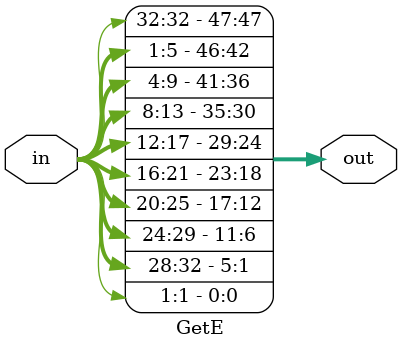
<source format=v>
module GetE(in, out); 

input [1:32] in;
output [0:47] out;
wire [0:47] out;

assign out [0:47] = {in[32], in[1], in[2], in[3], in[4], in[5], 
							in[4], in[5], in[6], in[7], in[8], in[9], 
							in[8], in[9], in[10], in[11], in[12], in[13], 
							in[12], in[13], in[14], in[15], in[16], in[17],
							in[16], in[17], in[18], in[19], in[20], in[21], 
							in[20], in[21], in[22], in[23], in[24], in[25], 
							in[24], in[25], in[26], in[27], in[28], in[29], 
							in[28], in[29], in[30], in[31], in[32], in[1]}; 
endmodule 
</source>
